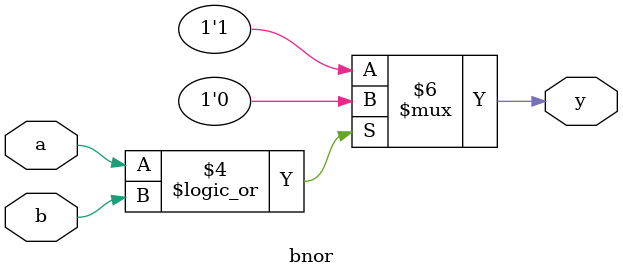
<source format=v>
`timescale 1ns / 1ps
module bnor(
    input a,
    input b,
    output reg y
    );
	 always @ (a or b) begin
	    if (a==1'b1 || b==1'b1) begin
		    y=1'b0;
		end
		else begin
		   y=1'b1;
		end 
	end

	 


endmodule

</source>
